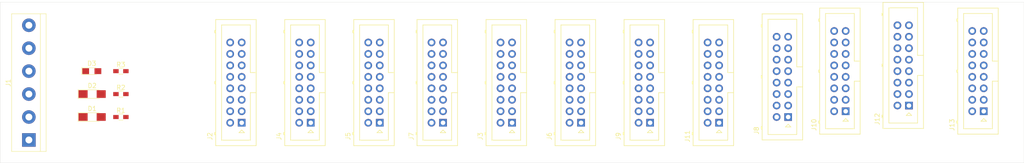
<source format=kicad_pcb>
(kicad_pcb (version 20171130) (host pcbnew "(5.1.4-0-10_14)")

  (general
    (thickness 1.6)
    (drawings 4)
    (tracks 0)
    (zones 0)
    (modules 19)
    (nets 10)
  )

  (page A4)
  (layers
    (0 F.Cu signal)
    (31 B.Cu signal)
    (32 B.Adhes user)
    (33 F.Adhes user)
    (34 B.Paste user)
    (35 F.Paste user)
    (36 B.SilkS user)
    (37 F.SilkS user)
    (38 B.Mask user)
    (39 F.Mask user)
    (40 Dwgs.User user)
    (41 Cmts.User user)
    (42 Eco1.User user)
    (43 Eco2.User user)
    (44 Edge.Cuts user)
    (45 Margin user)
    (46 B.CrtYd user)
    (47 F.CrtYd user)
    (48 B.Fab user)
    (49 F.Fab user)
  )

  (setup
    (last_trace_width 0.25)
    (trace_clearance 0.2)
    (zone_clearance 0.508)
    (zone_45_only no)
    (trace_min 0.2)
    (via_size 0.8)
    (via_drill 0.4)
    (via_min_size 0.4)
    (via_min_drill 0.3)
    (uvia_size 0.3)
    (uvia_drill 0.1)
    (uvias_allowed no)
    (uvia_min_size 0.2)
    (uvia_min_drill 0.1)
    (edge_width 0.05)
    (segment_width 0.2)
    (pcb_text_width 0.3)
    (pcb_text_size 1.5 1.5)
    (mod_edge_width 0.12)
    (mod_text_size 1 1)
    (mod_text_width 0.15)
    (pad_size 1.524 1.524)
    (pad_drill 0.762)
    (pad_to_mask_clearance 0.051)
    (solder_mask_min_width 0.25)
    (aux_axis_origin 0 0)
    (visible_elements FFFFFF7F)
    (pcbplotparams
      (layerselection 0x010fc_ffffffff)
      (usegerberextensions false)
      (usegerberattributes false)
      (usegerberadvancedattributes false)
      (creategerberjobfile false)
      (excludeedgelayer true)
      (linewidth 0.100000)
      (plotframeref false)
      (viasonmask false)
      (mode 1)
      (useauxorigin false)
      (hpglpennumber 1)
      (hpglpenspeed 20)
      (hpglpendiameter 15.000000)
      (psnegative false)
      (psa4output false)
      (plotreference true)
      (plotvalue true)
      (plotinvisibletext false)
      (padsonsilk false)
      (subtractmaskfromsilk false)
      (outputformat 1)
      (mirror false)
      (drillshape 1)
      (scaleselection 1)
      (outputdirectory ""))
  )

  (net 0 "")
  (net 1 +5V)
  (net 2 "Net-(D1-Pad2)")
  (net 3 +12V)
  (net 4 "Net-(D2-Pad2)")
  (net 5 "Net-(D3-Pad1)")
  (net 6 -12V)
  (net 7 GND)
  (net 8 CV)
  (net 9 GATE)

  (net_class Default "This is the default net class."
    (clearance 0.2)
    (trace_width 0.25)
    (via_dia 0.8)
    (via_drill 0.4)
    (uvia_dia 0.3)
    (uvia_drill 0.1)
    (add_net +12V)
    (add_net +5V)
    (add_net -12V)
    (add_net CV)
    (add_net GATE)
    (add_net GND)
    (add_net "Net-(D1-Pad2)")
    (add_net "Net-(D2-Pad2)")
    (add_net "Net-(D3-Pad1)")
  )

  (module Resistors_SMD:R_0603_HandSoldering (layer F.Cu) (tedit 58E0A804) (tstamp 5D55BE4F)
    (at 67.31 96.52)
    (descr "Resistor SMD 0603, hand soldering")
    (tags "resistor 0603")
    (path /5D586DA5)
    (attr smd)
    (fp_text reference R3 (at 0 -1.45) (layer F.SilkS)
      (effects (font (size 1 1) (thickness 0.15)))
    )
    (fp_text value R (at 0 1.55) (layer F.Fab)
      (effects (font (size 1 1) (thickness 0.15)))
    )
    (fp_text user %R (at 0 0) (layer F.Fab)
      (effects (font (size 0.4 0.4) (thickness 0.075)))
    )
    (fp_line (start -0.8 0.4) (end -0.8 -0.4) (layer F.Fab) (width 0.1))
    (fp_line (start 0.8 0.4) (end -0.8 0.4) (layer F.Fab) (width 0.1))
    (fp_line (start 0.8 -0.4) (end 0.8 0.4) (layer F.Fab) (width 0.1))
    (fp_line (start -0.8 -0.4) (end 0.8 -0.4) (layer F.Fab) (width 0.1))
    (fp_line (start 0.5 0.68) (end -0.5 0.68) (layer F.SilkS) (width 0.12))
    (fp_line (start -0.5 -0.68) (end 0.5 -0.68) (layer F.SilkS) (width 0.12))
    (fp_line (start -1.96 -0.7) (end 1.95 -0.7) (layer F.CrtYd) (width 0.05))
    (fp_line (start -1.96 -0.7) (end -1.96 0.7) (layer F.CrtYd) (width 0.05))
    (fp_line (start 1.95 0.7) (end 1.95 -0.7) (layer F.CrtYd) (width 0.05))
    (fp_line (start 1.95 0.7) (end -1.96 0.7) (layer F.CrtYd) (width 0.05))
    (pad 1 smd rect (at -1.1 0) (size 1.2 0.9) (layers F.Cu F.Paste F.Mask)
      (net 5 "Net-(D3-Pad1)"))
    (pad 2 smd rect (at 1.1 0) (size 1.2 0.9) (layers F.Cu F.Paste F.Mask)
      (net 7 GND))
    (model ${KISYS3DMOD}/Resistors_SMD.3dshapes/R_0603.wrl
      (at (xyz 0 0 0))
      (scale (xyz 1 1 1))
      (rotate (xyz 0 0 0))
    )
  )

  (module Resistors_SMD:R_0603_HandSoldering (layer F.Cu) (tedit 58E0A804) (tstamp 5D55BE4C)
    (at 67.31 101.6)
    (descr "Resistor SMD 0603, hand soldering")
    (tags "resistor 0603")
    (path /5D58691C)
    (attr smd)
    (fp_text reference R2 (at 0 -1.45) (layer F.SilkS)
      (effects (font (size 1 1) (thickness 0.15)))
    )
    (fp_text value R (at 0 1.55) (layer F.Fab)
      (effects (font (size 1 1) (thickness 0.15)))
    )
    (fp_text user %R (at 0 0) (layer F.Fab)
      (effects (font (size 0.4 0.4) (thickness 0.075)))
    )
    (fp_line (start -0.8 0.4) (end -0.8 -0.4) (layer F.Fab) (width 0.1))
    (fp_line (start 0.8 0.4) (end -0.8 0.4) (layer F.Fab) (width 0.1))
    (fp_line (start 0.8 -0.4) (end 0.8 0.4) (layer F.Fab) (width 0.1))
    (fp_line (start -0.8 -0.4) (end 0.8 -0.4) (layer F.Fab) (width 0.1))
    (fp_line (start 0.5 0.68) (end -0.5 0.68) (layer F.SilkS) (width 0.12))
    (fp_line (start -0.5 -0.68) (end 0.5 -0.68) (layer F.SilkS) (width 0.12))
    (fp_line (start -1.96 -0.7) (end 1.95 -0.7) (layer F.CrtYd) (width 0.05))
    (fp_line (start -1.96 -0.7) (end -1.96 0.7) (layer F.CrtYd) (width 0.05))
    (fp_line (start 1.95 0.7) (end 1.95 -0.7) (layer F.CrtYd) (width 0.05))
    (fp_line (start 1.95 0.7) (end -1.96 0.7) (layer F.CrtYd) (width 0.05))
    (pad 1 smd rect (at -1.1 0) (size 1.2 0.9) (layers F.Cu F.Paste F.Mask)
      (net 4 "Net-(D2-Pad2)"))
    (pad 2 smd rect (at 1.1 0) (size 1.2 0.9) (layers F.Cu F.Paste F.Mask)
      (net 7 GND))
    (model ${KISYS3DMOD}/Resistors_SMD.3dshapes/R_0603.wrl
      (at (xyz 0 0 0))
      (scale (xyz 1 1 1))
      (rotate (xyz 0 0 0))
    )
  )

  (module Resistors_SMD:R_0603_HandSoldering (layer F.Cu) (tedit 58E0A804) (tstamp 5D55CD95)
    (at 67.31 106.68)
    (descr "Resistor SMD 0603, hand soldering")
    (tags "resistor 0603")
    (path /5D586404)
    (attr smd)
    (fp_text reference R1 (at 0 -1.45) (layer F.SilkS)
      (effects (font (size 1 1) (thickness 0.15)))
    )
    (fp_text value R (at 0 1.55) (layer F.Fab)
      (effects (font (size 1 1) (thickness 0.15)))
    )
    (fp_text user %R (at 0 0) (layer F.Fab)
      (effects (font (size 0.4 0.4) (thickness 0.075)))
    )
    (fp_line (start -0.8 0.4) (end -0.8 -0.4) (layer F.Fab) (width 0.1))
    (fp_line (start 0.8 0.4) (end -0.8 0.4) (layer F.Fab) (width 0.1))
    (fp_line (start 0.8 -0.4) (end 0.8 0.4) (layer F.Fab) (width 0.1))
    (fp_line (start -0.8 -0.4) (end 0.8 -0.4) (layer F.Fab) (width 0.1))
    (fp_line (start 0.5 0.68) (end -0.5 0.68) (layer F.SilkS) (width 0.12))
    (fp_line (start -0.5 -0.68) (end 0.5 -0.68) (layer F.SilkS) (width 0.12))
    (fp_line (start -1.96 -0.7) (end 1.95 -0.7) (layer F.CrtYd) (width 0.05))
    (fp_line (start -1.96 -0.7) (end -1.96 0.7) (layer F.CrtYd) (width 0.05))
    (fp_line (start 1.95 0.7) (end 1.95 -0.7) (layer F.CrtYd) (width 0.05))
    (fp_line (start 1.95 0.7) (end -1.96 0.7) (layer F.CrtYd) (width 0.05))
    (pad 1 smd rect (at -1.1 0) (size 1.2 0.9) (layers F.Cu F.Paste F.Mask)
      (net 2 "Net-(D1-Pad2)"))
    (pad 2 smd rect (at 1.1 0) (size 1.2 0.9) (layers F.Cu F.Paste F.Mask)
      (net 7 GND))
    (model ${KISYS3DMOD}/Resistors_SMD.3dshapes/R_0603.wrl
      (at (xyz 0 0 0))
      (scale (xyz 1 1 1))
      (rotate (xyz 0 0 0))
    )
  )

  (module Connectors_Multicomp:Multicomp_MC9A12-1634_2x08x2.54mm_Straight (layer F.Cu) (tedit 56C61E6B) (tstamp 5D55BE46)
    (at 257.81 105.41 90)
    (descr http://www.farnell.com/datasheets/1520732.pdf)
    (tags "connector multicomp MC9A MC9A12")
    (path /5D612232)
    (fp_text reference J13 (at -3 -7 90) (layer F.SilkS)
      (effects (font (size 1 1) (thickness 0.15)))
    )
    (fp_text value Conn_02x08_Row_Letter_Last (at 8.89 5 90) (layer F.Fab)
      (effects (font (size 1 1) (thickness 0.15)))
    )
    (fp_line (start -5.07 3.2) (end -5.07 -5.74) (layer F.SilkS) (width 0.15))
    (fp_line (start -5.07 -5.74) (end 22.85 -5.74) (layer F.SilkS) (width 0.15))
    (fp_line (start 22.85 -5.74) (end 22.85 3.2) (layer F.SilkS) (width 0.15))
    (fp_line (start 22.85 3.2) (end -5.07 3.2) (layer F.SilkS) (width 0.15))
    (fp_line (start 6.665 3.2) (end 6.665 1.9) (layer F.SilkS) (width 0.15))
    (fp_line (start 6.665 1.9) (end -3.87 1.9) (layer F.SilkS) (width 0.15))
    (fp_line (start -3.87 1.9) (end -3.87 -4.44) (layer F.SilkS) (width 0.15))
    (fp_line (start -3.87 -4.44) (end 21.65 -4.44) (layer F.SilkS) (width 0.15))
    (fp_line (start 21.65 -4.44) (end 21.65 1.9) (layer F.SilkS) (width 0.15))
    (fp_line (start 21.65 1.9) (end 11.115 1.9) (layer F.SilkS) (width 0.15))
    (fp_line (start 11.115 1.9) (end 11.115 3.2) (layer F.SilkS) (width 0.15))
    (fp_line (start 8.64 -5.74) (end 8.64 -5.94) (layer F.SilkS) (width 0.15))
    (fp_line (start 8.64 -5.94) (end 9.14 -5.94) (layer F.SilkS) (width 0.15))
    (fp_line (start 9.14 -5.94) (end 9.14 -5.74) (layer F.SilkS) (width 0.15))
    (fp_line (start 8.64 -5.84) (end 9.14 -5.84) (layer F.SilkS) (width 0.15))
    (fp_line (start 19.93 -5.74) (end 19.93 -5.94) (layer F.SilkS) (width 0.15))
    (fp_line (start 19.93 -5.94) (end 20.43 -5.94) (layer F.SilkS) (width 0.15))
    (fp_line (start 20.43 -5.94) (end 20.43 -5.74) (layer F.SilkS) (width 0.15))
    (fp_line (start 19.93 -5.84) (end 20.43 -5.84) (layer F.SilkS) (width 0.15))
    (fp_line (start -2.65 -5.74) (end -2.65 -5.94) (layer F.SilkS) (width 0.15))
    (fp_line (start -2.65 -5.94) (end -2.15 -5.94) (layer F.SilkS) (width 0.15))
    (fp_line (start -2.15 -5.94) (end -2.15 -5.74) (layer F.SilkS) (width 0.15))
    (fp_line (start -2.65 -5.84) (end -2.15 -5.84) (layer F.SilkS) (width 0.15))
    (fp_line (start -2.2 0.6) (end -2.2 -0.6) (layer F.SilkS) (width 0.15))
    (fp_line (start -2.2 -0.6) (end -1.6 0) (layer F.SilkS) (width 0.15))
    (fp_line (start -1.6 0) (end -2.2 0.6) (layer F.SilkS) (width 0.15))
    (fp_line (start -5.55 3.7) (end -5.55 -6.25) (layer F.CrtYd) (width 0.05))
    (fp_line (start -5.55 -6.25) (end 23.35 -6.25) (layer F.CrtYd) (width 0.05))
    (fp_line (start 23.35 -6.25) (end 23.35 3.7) (layer F.CrtYd) (width 0.05))
    (fp_line (start 23.35 3.7) (end -5.55 3.7) (layer F.CrtYd) (width 0.05))
    (pad 1 thru_hole rect (at 0 0 90) (size 1.7 1.7) (drill 1) (layers *.Cu *.Mask))
    (pad 2 thru_hole circle (at 0 -2.54 90) (size 1.7 1.7) (drill 1) (layers *.Cu *.Mask))
    (pad 3 thru_hole circle (at 2.54 0 90) (size 1.7 1.7) (drill 1) (layers *.Cu *.Mask))
    (pad 4 thru_hole circle (at 2.54 -2.54 90) (size 1.7 1.7) (drill 1) (layers *.Cu *.Mask))
    (pad 5 thru_hole circle (at 5.08 0 90) (size 1.7 1.7) (drill 1) (layers *.Cu *.Mask))
    (pad 6 thru_hole circle (at 5.08 -2.54 90) (size 1.7 1.7) (drill 1) (layers *.Cu *.Mask))
    (pad 7 thru_hole circle (at 7.62 0 90) (size 1.7 1.7) (drill 1) (layers *.Cu *.Mask))
    (pad 8 thru_hole circle (at 7.62 -2.54 90) (size 1.7 1.7) (drill 1) (layers *.Cu *.Mask))
    (pad 9 thru_hole circle (at 10.16 0 90) (size 1.7 1.7) (drill 1) (layers *.Cu *.Mask))
    (pad 10 thru_hole circle (at 10.16 -2.54 90) (size 1.7 1.7) (drill 1) (layers *.Cu *.Mask))
    (pad 11 thru_hole circle (at 12.7 0 90) (size 1.7 1.7) (drill 1) (layers *.Cu *.Mask))
    (pad 12 thru_hole circle (at 12.7 -2.54 90) (size 1.7 1.7) (drill 1) (layers *.Cu *.Mask))
    (pad 13 thru_hole circle (at 15.24 0 90) (size 1.7 1.7) (drill 1) (layers *.Cu *.Mask))
    (pad 14 thru_hole circle (at 15.24 -2.54 90) (size 1.7 1.7) (drill 1) (layers *.Cu *.Mask))
    (pad 15 thru_hole circle (at 17.78 0 90) (size 1.7 1.7) (drill 1) (layers *.Cu *.Mask))
    (pad 16 thru_hole circle (at 17.78 -2.54 90) (size 1.7 1.7) (drill 1) (layers *.Cu *.Mask))
  )

  (module Connectors_Multicomp:Multicomp_MC9A12-1634_2x08x2.54mm_Straight (layer F.Cu) (tedit 56C61E6B) (tstamp 5D55BE43)
    (at 241.3 104.14 90)
    (descr http://www.farnell.com/datasheets/1520732.pdf)
    (tags "connector multicomp MC9A MC9A12")
    (path /5D5DB853)
    (fp_text reference J12 (at -3 -7 90) (layer F.SilkS)
      (effects (font (size 1 1) (thickness 0.15)))
    )
    (fp_text value Conn_02x08_Row_Letter_Last (at 8.89 5 90) (layer F.Fab)
      (effects (font (size 1 1) (thickness 0.15)))
    )
    (fp_line (start -5.07 3.2) (end -5.07 -5.74) (layer F.SilkS) (width 0.15))
    (fp_line (start -5.07 -5.74) (end 22.85 -5.74) (layer F.SilkS) (width 0.15))
    (fp_line (start 22.85 -5.74) (end 22.85 3.2) (layer F.SilkS) (width 0.15))
    (fp_line (start 22.85 3.2) (end -5.07 3.2) (layer F.SilkS) (width 0.15))
    (fp_line (start 6.665 3.2) (end 6.665 1.9) (layer F.SilkS) (width 0.15))
    (fp_line (start 6.665 1.9) (end -3.87 1.9) (layer F.SilkS) (width 0.15))
    (fp_line (start -3.87 1.9) (end -3.87 -4.44) (layer F.SilkS) (width 0.15))
    (fp_line (start -3.87 -4.44) (end 21.65 -4.44) (layer F.SilkS) (width 0.15))
    (fp_line (start 21.65 -4.44) (end 21.65 1.9) (layer F.SilkS) (width 0.15))
    (fp_line (start 21.65 1.9) (end 11.115 1.9) (layer F.SilkS) (width 0.15))
    (fp_line (start 11.115 1.9) (end 11.115 3.2) (layer F.SilkS) (width 0.15))
    (fp_line (start 8.64 -5.74) (end 8.64 -5.94) (layer F.SilkS) (width 0.15))
    (fp_line (start 8.64 -5.94) (end 9.14 -5.94) (layer F.SilkS) (width 0.15))
    (fp_line (start 9.14 -5.94) (end 9.14 -5.74) (layer F.SilkS) (width 0.15))
    (fp_line (start 8.64 -5.84) (end 9.14 -5.84) (layer F.SilkS) (width 0.15))
    (fp_line (start 19.93 -5.74) (end 19.93 -5.94) (layer F.SilkS) (width 0.15))
    (fp_line (start 19.93 -5.94) (end 20.43 -5.94) (layer F.SilkS) (width 0.15))
    (fp_line (start 20.43 -5.94) (end 20.43 -5.74) (layer F.SilkS) (width 0.15))
    (fp_line (start 19.93 -5.84) (end 20.43 -5.84) (layer F.SilkS) (width 0.15))
    (fp_line (start -2.65 -5.74) (end -2.65 -5.94) (layer F.SilkS) (width 0.15))
    (fp_line (start -2.65 -5.94) (end -2.15 -5.94) (layer F.SilkS) (width 0.15))
    (fp_line (start -2.15 -5.94) (end -2.15 -5.74) (layer F.SilkS) (width 0.15))
    (fp_line (start -2.65 -5.84) (end -2.15 -5.84) (layer F.SilkS) (width 0.15))
    (fp_line (start -2.2 0.6) (end -2.2 -0.6) (layer F.SilkS) (width 0.15))
    (fp_line (start -2.2 -0.6) (end -1.6 0) (layer F.SilkS) (width 0.15))
    (fp_line (start -1.6 0) (end -2.2 0.6) (layer F.SilkS) (width 0.15))
    (fp_line (start -5.55 3.7) (end -5.55 -6.25) (layer F.CrtYd) (width 0.05))
    (fp_line (start -5.55 -6.25) (end 23.35 -6.25) (layer F.CrtYd) (width 0.05))
    (fp_line (start 23.35 -6.25) (end 23.35 3.7) (layer F.CrtYd) (width 0.05))
    (fp_line (start 23.35 3.7) (end -5.55 3.7) (layer F.CrtYd) (width 0.05))
    (pad 1 thru_hole rect (at 0 0 90) (size 1.7 1.7) (drill 1) (layers *.Cu *.Mask))
    (pad 2 thru_hole circle (at 0 -2.54 90) (size 1.7 1.7) (drill 1) (layers *.Cu *.Mask))
    (pad 3 thru_hole circle (at 2.54 0 90) (size 1.7 1.7) (drill 1) (layers *.Cu *.Mask))
    (pad 4 thru_hole circle (at 2.54 -2.54 90) (size 1.7 1.7) (drill 1) (layers *.Cu *.Mask))
    (pad 5 thru_hole circle (at 5.08 0 90) (size 1.7 1.7) (drill 1) (layers *.Cu *.Mask))
    (pad 6 thru_hole circle (at 5.08 -2.54 90) (size 1.7 1.7) (drill 1) (layers *.Cu *.Mask))
    (pad 7 thru_hole circle (at 7.62 0 90) (size 1.7 1.7) (drill 1) (layers *.Cu *.Mask))
    (pad 8 thru_hole circle (at 7.62 -2.54 90) (size 1.7 1.7) (drill 1) (layers *.Cu *.Mask))
    (pad 9 thru_hole circle (at 10.16 0 90) (size 1.7 1.7) (drill 1) (layers *.Cu *.Mask))
    (pad 10 thru_hole circle (at 10.16 -2.54 90) (size 1.7 1.7) (drill 1) (layers *.Cu *.Mask))
    (pad 11 thru_hole circle (at 12.7 0 90) (size 1.7 1.7) (drill 1) (layers *.Cu *.Mask))
    (pad 12 thru_hole circle (at 12.7 -2.54 90) (size 1.7 1.7) (drill 1) (layers *.Cu *.Mask))
    (pad 13 thru_hole circle (at 15.24 0 90) (size 1.7 1.7) (drill 1) (layers *.Cu *.Mask))
    (pad 14 thru_hole circle (at 15.24 -2.54 90) (size 1.7 1.7) (drill 1) (layers *.Cu *.Mask))
    (pad 15 thru_hole circle (at 17.78 0 90) (size 1.7 1.7) (drill 1) (layers *.Cu *.Mask))
    (pad 16 thru_hole circle (at 17.78 -2.54 90) (size 1.7 1.7) (drill 1) (layers *.Cu *.Mask))
  )

  (module Connectors_Multicomp:Multicomp_MC9A12-1634_2x08x2.54mm_Straight (layer F.Cu) (tedit 56C61E6B) (tstamp 5D55BE40)
    (at 199.39 107.95 90)
    (descr http://www.farnell.com/datasheets/1520732.pdf)
    (tags "connector multicomp MC9A MC9A12")
    (path /5D5C9347)
    (fp_text reference J11 (at -3 -7 90) (layer F.SilkS)
      (effects (font (size 1 1) (thickness 0.15)))
    )
    (fp_text value Conn_02x08_Row_Letter_Last (at 8.89 5 90) (layer F.Fab)
      (effects (font (size 1 1) (thickness 0.15)))
    )
    (fp_line (start -5.07 3.2) (end -5.07 -5.74) (layer F.SilkS) (width 0.15))
    (fp_line (start -5.07 -5.74) (end 22.85 -5.74) (layer F.SilkS) (width 0.15))
    (fp_line (start 22.85 -5.74) (end 22.85 3.2) (layer F.SilkS) (width 0.15))
    (fp_line (start 22.85 3.2) (end -5.07 3.2) (layer F.SilkS) (width 0.15))
    (fp_line (start 6.665 3.2) (end 6.665 1.9) (layer F.SilkS) (width 0.15))
    (fp_line (start 6.665 1.9) (end -3.87 1.9) (layer F.SilkS) (width 0.15))
    (fp_line (start -3.87 1.9) (end -3.87 -4.44) (layer F.SilkS) (width 0.15))
    (fp_line (start -3.87 -4.44) (end 21.65 -4.44) (layer F.SilkS) (width 0.15))
    (fp_line (start 21.65 -4.44) (end 21.65 1.9) (layer F.SilkS) (width 0.15))
    (fp_line (start 21.65 1.9) (end 11.115 1.9) (layer F.SilkS) (width 0.15))
    (fp_line (start 11.115 1.9) (end 11.115 3.2) (layer F.SilkS) (width 0.15))
    (fp_line (start 8.64 -5.74) (end 8.64 -5.94) (layer F.SilkS) (width 0.15))
    (fp_line (start 8.64 -5.94) (end 9.14 -5.94) (layer F.SilkS) (width 0.15))
    (fp_line (start 9.14 -5.94) (end 9.14 -5.74) (layer F.SilkS) (width 0.15))
    (fp_line (start 8.64 -5.84) (end 9.14 -5.84) (layer F.SilkS) (width 0.15))
    (fp_line (start 19.93 -5.74) (end 19.93 -5.94) (layer F.SilkS) (width 0.15))
    (fp_line (start 19.93 -5.94) (end 20.43 -5.94) (layer F.SilkS) (width 0.15))
    (fp_line (start 20.43 -5.94) (end 20.43 -5.74) (layer F.SilkS) (width 0.15))
    (fp_line (start 19.93 -5.84) (end 20.43 -5.84) (layer F.SilkS) (width 0.15))
    (fp_line (start -2.65 -5.74) (end -2.65 -5.94) (layer F.SilkS) (width 0.15))
    (fp_line (start -2.65 -5.94) (end -2.15 -5.94) (layer F.SilkS) (width 0.15))
    (fp_line (start -2.15 -5.94) (end -2.15 -5.74) (layer F.SilkS) (width 0.15))
    (fp_line (start -2.65 -5.84) (end -2.15 -5.84) (layer F.SilkS) (width 0.15))
    (fp_line (start -2.2 0.6) (end -2.2 -0.6) (layer F.SilkS) (width 0.15))
    (fp_line (start -2.2 -0.6) (end -1.6 0) (layer F.SilkS) (width 0.15))
    (fp_line (start -1.6 0) (end -2.2 0.6) (layer F.SilkS) (width 0.15))
    (fp_line (start -5.55 3.7) (end -5.55 -6.25) (layer F.CrtYd) (width 0.05))
    (fp_line (start -5.55 -6.25) (end 23.35 -6.25) (layer F.CrtYd) (width 0.05))
    (fp_line (start 23.35 -6.25) (end 23.35 3.7) (layer F.CrtYd) (width 0.05))
    (fp_line (start 23.35 3.7) (end -5.55 3.7) (layer F.CrtYd) (width 0.05))
    (pad 1 thru_hole rect (at 0 0 90) (size 1.7 1.7) (drill 1) (layers *.Cu *.Mask))
    (pad 2 thru_hole circle (at 0 -2.54 90) (size 1.7 1.7) (drill 1) (layers *.Cu *.Mask))
    (pad 3 thru_hole circle (at 2.54 0 90) (size 1.7 1.7) (drill 1) (layers *.Cu *.Mask))
    (pad 4 thru_hole circle (at 2.54 -2.54 90) (size 1.7 1.7) (drill 1) (layers *.Cu *.Mask))
    (pad 5 thru_hole circle (at 5.08 0 90) (size 1.7 1.7) (drill 1) (layers *.Cu *.Mask))
    (pad 6 thru_hole circle (at 5.08 -2.54 90) (size 1.7 1.7) (drill 1) (layers *.Cu *.Mask))
    (pad 7 thru_hole circle (at 7.62 0 90) (size 1.7 1.7) (drill 1) (layers *.Cu *.Mask))
    (pad 8 thru_hole circle (at 7.62 -2.54 90) (size 1.7 1.7) (drill 1) (layers *.Cu *.Mask))
    (pad 9 thru_hole circle (at 10.16 0 90) (size 1.7 1.7) (drill 1) (layers *.Cu *.Mask))
    (pad 10 thru_hole circle (at 10.16 -2.54 90) (size 1.7 1.7) (drill 1) (layers *.Cu *.Mask))
    (pad 11 thru_hole circle (at 12.7 0 90) (size 1.7 1.7) (drill 1) (layers *.Cu *.Mask))
    (pad 12 thru_hole circle (at 12.7 -2.54 90) (size 1.7 1.7) (drill 1) (layers *.Cu *.Mask))
    (pad 13 thru_hole circle (at 15.24 0 90) (size 1.7 1.7) (drill 1) (layers *.Cu *.Mask))
    (pad 14 thru_hole circle (at 15.24 -2.54 90) (size 1.7 1.7) (drill 1) (layers *.Cu *.Mask))
    (pad 15 thru_hole circle (at 17.78 0 90) (size 1.7 1.7) (drill 1) (layers *.Cu *.Mask))
    (pad 16 thru_hole circle (at 17.78 -2.54 90) (size 1.7 1.7) (drill 1) (layers *.Cu *.Mask))
  )

  (module Connectors_Multicomp:Multicomp_MC9A12-1634_2x08x2.54mm_Straight (layer F.Cu) (tedit 56C61E6B) (tstamp 5D55BE3D)
    (at 227.33 105.41 90)
    (descr http://www.farnell.com/datasheets/1520732.pdf)
    (tags "connector multicomp MC9A MC9A12")
    (path /5D61219C)
    (fp_text reference J10 (at -3 -7 90) (layer F.SilkS)
      (effects (font (size 1 1) (thickness 0.15)))
    )
    (fp_text value Conn_02x08_Row_Letter_Last (at 8.89 5 90) (layer F.Fab)
      (effects (font (size 1 1) (thickness 0.15)))
    )
    (fp_line (start -5.07 3.2) (end -5.07 -5.74) (layer F.SilkS) (width 0.15))
    (fp_line (start -5.07 -5.74) (end 22.85 -5.74) (layer F.SilkS) (width 0.15))
    (fp_line (start 22.85 -5.74) (end 22.85 3.2) (layer F.SilkS) (width 0.15))
    (fp_line (start 22.85 3.2) (end -5.07 3.2) (layer F.SilkS) (width 0.15))
    (fp_line (start 6.665 3.2) (end 6.665 1.9) (layer F.SilkS) (width 0.15))
    (fp_line (start 6.665 1.9) (end -3.87 1.9) (layer F.SilkS) (width 0.15))
    (fp_line (start -3.87 1.9) (end -3.87 -4.44) (layer F.SilkS) (width 0.15))
    (fp_line (start -3.87 -4.44) (end 21.65 -4.44) (layer F.SilkS) (width 0.15))
    (fp_line (start 21.65 -4.44) (end 21.65 1.9) (layer F.SilkS) (width 0.15))
    (fp_line (start 21.65 1.9) (end 11.115 1.9) (layer F.SilkS) (width 0.15))
    (fp_line (start 11.115 1.9) (end 11.115 3.2) (layer F.SilkS) (width 0.15))
    (fp_line (start 8.64 -5.74) (end 8.64 -5.94) (layer F.SilkS) (width 0.15))
    (fp_line (start 8.64 -5.94) (end 9.14 -5.94) (layer F.SilkS) (width 0.15))
    (fp_line (start 9.14 -5.94) (end 9.14 -5.74) (layer F.SilkS) (width 0.15))
    (fp_line (start 8.64 -5.84) (end 9.14 -5.84) (layer F.SilkS) (width 0.15))
    (fp_line (start 19.93 -5.74) (end 19.93 -5.94) (layer F.SilkS) (width 0.15))
    (fp_line (start 19.93 -5.94) (end 20.43 -5.94) (layer F.SilkS) (width 0.15))
    (fp_line (start 20.43 -5.94) (end 20.43 -5.74) (layer F.SilkS) (width 0.15))
    (fp_line (start 19.93 -5.84) (end 20.43 -5.84) (layer F.SilkS) (width 0.15))
    (fp_line (start -2.65 -5.74) (end -2.65 -5.94) (layer F.SilkS) (width 0.15))
    (fp_line (start -2.65 -5.94) (end -2.15 -5.94) (layer F.SilkS) (width 0.15))
    (fp_line (start -2.15 -5.94) (end -2.15 -5.74) (layer F.SilkS) (width 0.15))
    (fp_line (start -2.65 -5.84) (end -2.15 -5.84) (layer F.SilkS) (width 0.15))
    (fp_line (start -2.2 0.6) (end -2.2 -0.6) (layer F.SilkS) (width 0.15))
    (fp_line (start -2.2 -0.6) (end -1.6 0) (layer F.SilkS) (width 0.15))
    (fp_line (start -1.6 0) (end -2.2 0.6) (layer F.SilkS) (width 0.15))
    (fp_line (start -5.55 3.7) (end -5.55 -6.25) (layer F.CrtYd) (width 0.05))
    (fp_line (start -5.55 -6.25) (end 23.35 -6.25) (layer F.CrtYd) (width 0.05))
    (fp_line (start 23.35 -6.25) (end 23.35 3.7) (layer F.CrtYd) (width 0.05))
    (fp_line (start 23.35 3.7) (end -5.55 3.7) (layer F.CrtYd) (width 0.05))
    (pad 1 thru_hole rect (at 0 0 90) (size 1.7 1.7) (drill 1) (layers *.Cu *.Mask))
    (pad 2 thru_hole circle (at 0 -2.54 90) (size 1.7 1.7) (drill 1) (layers *.Cu *.Mask))
    (pad 3 thru_hole circle (at 2.54 0 90) (size 1.7 1.7) (drill 1) (layers *.Cu *.Mask))
    (pad 4 thru_hole circle (at 2.54 -2.54 90) (size 1.7 1.7) (drill 1) (layers *.Cu *.Mask))
    (pad 5 thru_hole circle (at 5.08 0 90) (size 1.7 1.7) (drill 1) (layers *.Cu *.Mask))
    (pad 6 thru_hole circle (at 5.08 -2.54 90) (size 1.7 1.7) (drill 1) (layers *.Cu *.Mask))
    (pad 7 thru_hole circle (at 7.62 0 90) (size 1.7 1.7) (drill 1) (layers *.Cu *.Mask))
    (pad 8 thru_hole circle (at 7.62 -2.54 90) (size 1.7 1.7) (drill 1) (layers *.Cu *.Mask))
    (pad 9 thru_hole circle (at 10.16 0 90) (size 1.7 1.7) (drill 1) (layers *.Cu *.Mask))
    (pad 10 thru_hole circle (at 10.16 -2.54 90) (size 1.7 1.7) (drill 1) (layers *.Cu *.Mask))
    (pad 11 thru_hole circle (at 12.7 0 90) (size 1.7 1.7) (drill 1) (layers *.Cu *.Mask))
    (pad 12 thru_hole circle (at 12.7 -2.54 90) (size 1.7 1.7) (drill 1) (layers *.Cu *.Mask))
    (pad 13 thru_hole circle (at 15.24 0 90) (size 1.7 1.7) (drill 1) (layers *.Cu *.Mask))
    (pad 14 thru_hole circle (at 15.24 -2.54 90) (size 1.7 1.7) (drill 1) (layers *.Cu *.Mask))
    (pad 15 thru_hole circle (at 17.78 0 90) (size 1.7 1.7) (drill 1) (layers *.Cu *.Mask))
    (pad 16 thru_hole circle (at 17.78 -2.54 90) (size 1.7 1.7) (drill 1) (layers *.Cu *.Mask))
  )

  (module Connectors_Multicomp:Multicomp_MC9A12-1634_2x08x2.54mm_Straight (layer F.Cu) (tedit 56C61E6B) (tstamp 5D55BE3A)
    (at 184.15 107.95 90)
    (descr http://www.farnell.com/datasheets/1520732.pdf)
    (tags "connector multicomp MC9A MC9A12")
    (path /5D5DB7BD)
    (fp_text reference J9 (at -3 -7 90) (layer F.SilkS)
      (effects (font (size 1 1) (thickness 0.15)))
    )
    (fp_text value Conn_02x08_Row_Letter_Last (at 8.89 5 90) (layer F.Fab)
      (effects (font (size 1 1) (thickness 0.15)))
    )
    (fp_line (start -5.07 3.2) (end -5.07 -5.74) (layer F.SilkS) (width 0.15))
    (fp_line (start -5.07 -5.74) (end 22.85 -5.74) (layer F.SilkS) (width 0.15))
    (fp_line (start 22.85 -5.74) (end 22.85 3.2) (layer F.SilkS) (width 0.15))
    (fp_line (start 22.85 3.2) (end -5.07 3.2) (layer F.SilkS) (width 0.15))
    (fp_line (start 6.665 3.2) (end 6.665 1.9) (layer F.SilkS) (width 0.15))
    (fp_line (start 6.665 1.9) (end -3.87 1.9) (layer F.SilkS) (width 0.15))
    (fp_line (start -3.87 1.9) (end -3.87 -4.44) (layer F.SilkS) (width 0.15))
    (fp_line (start -3.87 -4.44) (end 21.65 -4.44) (layer F.SilkS) (width 0.15))
    (fp_line (start 21.65 -4.44) (end 21.65 1.9) (layer F.SilkS) (width 0.15))
    (fp_line (start 21.65 1.9) (end 11.115 1.9) (layer F.SilkS) (width 0.15))
    (fp_line (start 11.115 1.9) (end 11.115 3.2) (layer F.SilkS) (width 0.15))
    (fp_line (start 8.64 -5.74) (end 8.64 -5.94) (layer F.SilkS) (width 0.15))
    (fp_line (start 8.64 -5.94) (end 9.14 -5.94) (layer F.SilkS) (width 0.15))
    (fp_line (start 9.14 -5.94) (end 9.14 -5.74) (layer F.SilkS) (width 0.15))
    (fp_line (start 8.64 -5.84) (end 9.14 -5.84) (layer F.SilkS) (width 0.15))
    (fp_line (start 19.93 -5.74) (end 19.93 -5.94) (layer F.SilkS) (width 0.15))
    (fp_line (start 19.93 -5.94) (end 20.43 -5.94) (layer F.SilkS) (width 0.15))
    (fp_line (start 20.43 -5.94) (end 20.43 -5.74) (layer F.SilkS) (width 0.15))
    (fp_line (start 19.93 -5.84) (end 20.43 -5.84) (layer F.SilkS) (width 0.15))
    (fp_line (start -2.65 -5.74) (end -2.65 -5.94) (layer F.SilkS) (width 0.15))
    (fp_line (start -2.65 -5.94) (end -2.15 -5.94) (layer F.SilkS) (width 0.15))
    (fp_line (start -2.15 -5.94) (end -2.15 -5.74) (layer F.SilkS) (width 0.15))
    (fp_line (start -2.65 -5.84) (end -2.15 -5.84) (layer F.SilkS) (width 0.15))
    (fp_line (start -2.2 0.6) (end -2.2 -0.6) (layer F.SilkS) (width 0.15))
    (fp_line (start -2.2 -0.6) (end -1.6 0) (layer F.SilkS) (width 0.15))
    (fp_line (start -1.6 0) (end -2.2 0.6) (layer F.SilkS) (width 0.15))
    (fp_line (start -5.55 3.7) (end -5.55 -6.25) (layer F.CrtYd) (width 0.05))
    (fp_line (start -5.55 -6.25) (end 23.35 -6.25) (layer F.CrtYd) (width 0.05))
    (fp_line (start 23.35 -6.25) (end 23.35 3.7) (layer F.CrtYd) (width 0.05))
    (fp_line (start 23.35 3.7) (end -5.55 3.7) (layer F.CrtYd) (width 0.05))
    (pad 1 thru_hole rect (at 0 0 90) (size 1.7 1.7) (drill 1) (layers *.Cu *.Mask))
    (pad 2 thru_hole circle (at 0 -2.54 90) (size 1.7 1.7) (drill 1) (layers *.Cu *.Mask))
    (pad 3 thru_hole circle (at 2.54 0 90) (size 1.7 1.7) (drill 1) (layers *.Cu *.Mask))
    (pad 4 thru_hole circle (at 2.54 -2.54 90) (size 1.7 1.7) (drill 1) (layers *.Cu *.Mask))
    (pad 5 thru_hole circle (at 5.08 0 90) (size 1.7 1.7) (drill 1) (layers *.Cu *.Mask))
    (pad 6 thru_hole circle (at 5.08 -2.54 90) (size 1.7 1.7) (drill 1) (layers *.Cu *.Mask))
    (pad 7 thru_hole circle (at 7.62 0 90) (size 1.7 1.7) (drill 1) (layers *.Cu *.Mask))
    (pad 8 thru_hole circle (at 7.62 -2.54 90) (size 1.7 1.7) (drill 1) (layers *.Cu *.Mask))
    (pad 9 thru_hole circle (at 10.16 0 90) (size 1.7 1.7) (drill 1) (layers *.Cu *.Mask))
    (pad 10 thru_hole circle (at 10.16 -2.54 90) (size 1.7 1.7) (drill 1) (layers *.Cu *.Mask))
    (pad 11 thru_hole circle (at 12.7 0 90) (size 1.7 1.7) (drill 1) (layers *.Cu *.Mask))
    (pad 12 thru_hole circle (at 12.7 -2.54 90) (size 1.7 1.7) (drill 1) (layers *.Cu *.Mask))
    (pad 13 thru_hole circle (at 15.24 0 90) (size 1.7 1.7) (drill 1) (layers *.Cu *.Mask))
    (pad 14 thru_hole circle (at 15.24 -2.54 90) (size 1.7 1.7) (drill 1) (layers *.Cu *.Mask))
    (pad 15 thru_hole circle (at 17.78 0 90) (size 1.7 1.7) (drill 1) (layers *.Cu *.Mask))
    (pad 16 thru_hole circle (at 17.78 -2.54 90) (size 1.7 1.7) (drill 1) (layers *.Cu *.Mask))
  )

  (module Connectors_Multicomp:Multicomp_MC9A12-1634_2x08x2.54mm_Straight (layer F.Cu) (tedit 56C61E6B) (tstamp 5D55BE37)
    (at 214.63 106.68 90)
    (descr http://www.farnell.com/datasheets/1520732.pdf)
    (tags "connector multicomp MC9A MC9A12")
    (path /5D5BE3EA)
    (fp_text reference J8 (at -3 -7 90) (layer F.SilkS)
      (effects (font (size 1 1) (thickness 0.15)))
    )
    (fp_text value Conn_02x08_Row_Letter_Last (at 8.89 5 90) (layer F.Fab)
      (effects (font (size 1 1) (thickness 0.15)))
    )
    (fp_line (start -5.07 3.2) (end -5.07 -5.74) (layer F.SilkS) (width 0.15))
    (fp_line (start -5.07 -5.74) (end 22.85 -5.74) (layer F.SilkS) (width 0.15))
    (fp_line (start 22.85 -5.74) (end 22.85 3.2) (layer F.SilkS) (width 0.15))
    (fp_line (start 22.85 3.2) (end -5.07 3.2) (layer F.SilkS) (width 0.15))
    (fp_line (start 6.665 3.2) (end 6.665 1.9) (layer F.SilkS) (width 0.15))
    (fp_line (start 6.665 1.9) (end -3.87 1.9) (layer F.SilkS) (width 0.15))
    (fp_line (start -3.87 1.9) (end -3.87 -4.44) (layer F.SilkS) (width 0.15))
    (fp_line (start -3.87 -4.44) (end 21.65 -4.44) (layer F.SilkS) (width 0.15))
    (fp_line (start 21.65 -4.44) (end 21.65 1.9) (layer F.SilkS) (width 0.15))
    (fp_line (start 21.65 1.9) (end 11.115 1.9) (layer F.SilkS) (width 0.15))
    (fp_line (start 11.115 1.9) (end 11.115 3.2) (layer F.SilkS) (width 0.15))
    (fp_line (start 8.64 -5.74) (end 8.64 -5.94) (layer F.SilkS) (width 0.15))
    (fp_line (start 8.64 -5.94) (end 9.14 -5.94) (layer F.SilkS) (width 0.15))
    (fp_line (start 9.14 -5.94) (end 9.14 -5.74) (layer F.SilkS) (width 0.15))
    (fp_line (start 8.64 -5.84) (end 9.14 -5.84) (layer F.SilkS) (width 0.15))
    (fp_line (start 19.93 -5.74) (end 19.93 -5.94) (layer F.SilkS) (width 0.15))
    (fp_line (start 19.93 -5.94) (end 20.43 -5.94) (layer F.SilkS) (width 0.15))
    (fp_line (start 20.43 -5.94) (end 20.43 -5.74) (layer F.SilkS) (width 0.15))
    (fp_line (start 19.93 -5.84) (end 20.43 -5.84) (layer F.SilkS) (width 0.15))
    (fp_line (start -2.65 -5.74) (end -2.65 -5.94) (layer F.SilkS) (width 0.15))
    (fp_line (start -2.65 -5.94) (end -2.15 -5.94) (layer F.SilkS) (width 0.15))
    (fp_line (start -2.15 -5.94) (end -2.15 -5.74) (layer F.SilkS) (width 0.15))
    (fp_line (start -2.65 -5.84) (end -2.15 -5.84) (layer F.SilkS) (width 0.15))
    (fp_line (start -2.2 0.6) (end -2.2 -0.6) (layer F.SilkS) (width 0.15))
    (fp_line (start -2.2 -0.6) (end -1.6 0) (layer F.SilkS) (width 0.15))
    (fp_line (start -1.6 0) (end -2.2 0.6) (layer F.SilkS) (width 0.15))
    (fp_line (start -5.55 3.7) (end -5.55 -6.25) (layer F.CrtYd) (width 0.05))
    (fp_line (start -5.55 -6.25) (end 23.35 -6.25) (layer F.CrtYd) (width 0.05))
    (fp_line (start 23.35 -6.25) (end 23.35 3.7) (layer F.CrtYd) (width 0.05))
    (fp_line (start 23.35 3.7) (end -5.55 3.7) (layer F.CrtYd) (width 0.05))
    (pad 1 thru_hole rect (at 0 0 90) (size 1.7 1.7) (drill 1) (layers *.Cu *.Mask))
    (pad 2 thru_hole circle (at 0 -2.54 90) (size 1.7 1.7) (drill 1) (layers *.Cu *.Mask))
    (pad 3 thru_hole circle (at 2.54 0 90) (size 1.7 1.7) (drill 1) (layers *.Cu *.Mask))
    (pad 4 thru_hole circle (at 2.54 -2.54 90) (size 1.7 1.7) (drill 1) (layers *.Cu *.Mask))
    (pad 5 thru_hole circle (at 5.08 0 90) (size 1.7 1.7) (drill 1) (layers *.Cu *.Mask))
    (pad 6 thru_hole circle (at 5.08 -2.54 90) (size 1.7 1.7) (drill 1) (layers *.Cu *.Mask))
    (pad 7 thru_hole circle (at 7.62 0 90) (size 1.7 1.7) (drill 1) (layers *.Cu *.Mask))
    (pad 8 thru_hole circle (at 7.62 -2.54 90) (size 1.7 1.7) (drill 1) (layers *.Cu *.Mask))
    (pad 9 thru_hole circle (at 10.16 0 90) (size 1.7 1.7) (drill 1) (layers *.Cu *.Mask))
    (pad 10 thru_hole circle (at 10.16 -2.54 90) (size 1.7 1.7) (drill 1) (layers *.Cu *.Mask))
    (pad 11 thru_hole circle (at 12.7 0 90) (size 1.7 1.7) (drill 1) (layers *.Cu *.Mask))
    (pad 12 thru_hole circle (at 12.7 -2.54 90) (size 1.7 1.7) (drill 1) (layers *.Cu *.Mask))
    (pad 13 thru_hole circle (at 15.24 0 90) (size 1.7 1.7) (drill 1) (layers *.Cu *.Mask))
    (pad 14 thru_hole circle (at 15.24 -2.54 90) (size 1.7 1.7) (drill 1) (layers *.Cu *.Mask))
    (pad 15 thru_hole circle (at 17.78 0 90) (size 1.7 1.7) (drill 1) (layers *.Cu *.Mask))
    (pad 16 thru_hole circle (at 17.78 -2.54 90) (size 1.7 1.7) (drill 1) (layers *.Cu *.Mask))
  )

  (module Connectors_Multicomp:Multicomp_MC9A12-1634_2x08x2.54mm_Straight (layer F.Cu) (tedit 56C61E6B) (tstamp 5D55BE34)
    (at 138.43 107.95 90)
    (descr http://www.farnell.com/datasheets/1520732.pdf)
    (tags "connector multicomp MC9A MC9A12")
    (path /5D612106)
    (fp_text reference J7 (at -3 -7 90) (layer F.SilkS)
      (effects (font (size 1 1) (thickness 0.15)))
    )
    (fp_text value Conn_02x08_Row_Letter_Last (at 8.89 5 90) (layer F.Fab)
      (effects (font (size 1 1) (thickness 0.15)))
    )
    (fp_line (start -5.07 3.2) (end -5.07 -5.74) (layer F.SilkS) (width 0.15))
    (fp_line (start -5.07 -5.74) (end 22.85 -5.74) (layer F.SilkS) (width 0.15))
    (fp_line (start 22.85 -5.74) (end 22.85 3.2) (layer F.SilkS) (width 0.15))
    (fp_line (start 22.85 3.2) (end -5.07 3.2) (layer F.SilkS) (width 0.15))
    (fp_line (start 6.665 3.2) (end 6.665 1.9) (layer F.SilkS) (width 0.15))
    (fp_line (start 6.665 1.9) (end -3.87 1.9) (layer F.SilkS) (width 0.15))
    (fp_line (start -3.87 1.9) (end -3.87 -4.44) (layer F.SilkS) (width 0.15))
    (fp_line (start -3.87 -4.44) (end 21.65 -4.44) (layer F.SilkS) (width 0.15))
    (fp_line (start 21.65 -4.44) (end 21.65 1.9) (layer F.SilkS) (width 0.15))
    (fp_line (start 21.65 1.9) (end 11.115 1.9) (layer F.SilkS) (width 0.15))
    (fp_line (start 11.115 1.9) (end 11.115 3.2) (layer F.SilkS) (width 0.15))
    (fp_line (start 8.64 -5.74) (end 8.64 -5.94) (layer F.SilkS) (width 0.15))
    (fp_line (start 8.64 -5.94) (end 9.14 -5.94) (layer F.SilkS) (width 0.15))
    (fp_line (start 9.14 -5.94) (end 9.14 -5.74) (layer F.SilkS) (width 0.15))
    (fp_line (start 8.64 -5.84) (end 9.14 -5.84) (layer F.SilkS) (width 0.15))
    (fp_line (start 19.93 -5.74) (end 19.93 -5.94) (layer F.SilkS) (width 0.15))
    (fp_line (start 19.93 -5.94) (end 20.43 -5.94) (layer F.SilkS) (width 0.15))
    (fp_line (start 20.43 -5.94) (end 20.43 -5.74) (layer F.SilkS) (width 0.15))
    (fp_line (start 19.93 -5.84) (end 20.43 -5.84) (layer F.SilkS) (width 0.15))
    (fp_line (start -2.65 -5.74) (end -2.65 -5.94) (layer F.SilkS) (width 0.15))
    (fp_line (start -2.65 -5.94) (end -2.15 -5.94) (layer F.SilkS) (width 0.15))
    (fp_line (start -2.15 -5.94) (end -2.15 -5.74) (layer F.SilkS) (width 0.15))
    (fp_line (start -2.65 -5.84) (end -2.15 -5.84) (layer F.SilkS) (width 0.15))
    (fp_line (start -2.2 0.6) (end -2.2 -0.6) (layer F.SilkS) (width 0.15))
    (fp_line (start -2.2 -0.6) (end -1.6 0) (layer F.SilkS) (width 0.15))
    (fp_line (start -1.6 0) (end -2.2 0.6) (layer F.SilkS) (width 0.15))
    (fp_line (start -5.55 3.7) (end -5.55 -6.25) (layer F.CrtYd) (width 0.05))
    (fp_line (start -5.55 -6.25) (end 23.35 -6.25) (layer F.CrtYd) (width 0.05))
    (fp_line (start 23.35 -6.25) (end 23.35 3.7) (layer F.CrtYd) (width 0.05))
    (fp_line (start 23.35 3.7) (end -5.55 3.7) (layer F.CrtYd) (width 0.05))
    (pad 1 thru_hole rect (at 0 0 90) (size 1.7 1.7) (drill 1) (layers *.Cu *.Mask))
    (pad 2 thru_hole circle (at 0 -2.54 90) (size 1.7 1.7) (drill 1) (layers *.Cu *.Mask))
    (pad 3 thru_hole circle (at 2.54 0 90) (size 1.7 1.7) (drill 1) (layers *.Cu *.Mask))
    (pad 4 thru_hole circle (at 2.54 -2.54 90) (size 1.7 1.7) (drill 1) (layers *.Cu *.Mask))
    (pad 5 thru_hole circle (at 5.08 0 90) (size 1.7 1.7) (drill 1) (layers *.Cu *.Mask))
    (pad 6 thru_hole circle (at 5.08 -2.54 90) (size 1.7 1.7) (drill 1) (layers *.Cu *.Mask))
    (pad 7 thru_hole circle (at 7.62 0 90) (size 1.7 1.7) (drill 1) (layers *.Cu *.Mask))
    (pad 8 thru_hole circle (at 7.62 -2.54 90) (size 1.7 1.7) (drill 1) (layers *.Cu *.Mask))
    (pad 9 thru_hole circle (at 10.16 0 90) (size 1.7 1.7) (drill 1) (layers *.Cu *.Mask))
    (pad 10 thru_hole circle (at 10.16 -2.54 90) (size 1.7 1.7) (drill 1) (layers *.Cu *.Mask))
    (pad 11 thru_hole circle (at 12.7 0 90) (size 1.7 1.7) (drill 1) (layers *.Cu *.Mask))
    (pad 12 thru_hole circle (at 12.7 -2.54 90) (size 1.7 1.7) (drill 1) (layers *.Cu *.Mask))
    (pad 13 thru_hole circle (at 15.24 0 90) (size 1.7 1.7) (drill 1) (layers *.Cu *.Mask))
    (pad 14 thru_hole circle (at 15.24 -2.54 90) (size 1.7 1.7) (drill 1) (layers *.Cu *.Mask))
    (pad 15 thru_hole circle (at 17.78 0 90) (size 1.7 1.7) (drill 1) (layers *.Cu *.Mask))
    (pad 16 thru_hole circle (at 17.78 -2.54 90) (size 1.7 1.7) (drill 1) (layers *.Cu *.Mask))
  )

  (module Connectors_Multicomp:Multicomp_MC9A12-1634_2x08x2.54mm_Straight (layer F.Cu) (tedit 56C61E6B) (tstamp 5D55BE31)
    (at 168.91 107.95 90)
    (descr http://www.farnell.com/datasheets/1520732.pdf)
    (tags "connector multicomp MC9A MC9A12")
    (path /5D5DB727)
    (fp_text reference J6 (at -3 -7 90) (layer F.SilkS)
      (effects (font (size 1 1) (thickness 0.15)))
    )
    (fp_text value Conn_02x08_Row_Letter_Last (at 8.89 5 90) (layer F.Fab)
      (effects (font (size 1 1) (thickness 0.15)))
    )
    (fp_line (start -5.07 3.2) (end -5.07 -5.74) (layer F.SilkS) (width 0.15))
    (fp_line (start -5.07 -5.74) (end 22.85 -5.74) (layer F.SilkS) (width 0.15))
    (fp_line (start 22.85 -5.74) (end 22.85 3.2) (layer F.SilkS) (width 0.15))
    (fp_line (start 22.85 3.2) (end -5.07 3.2) (layer F.SilkS) (width 0.15))
    (fp_line (start 6.665 3.2) (end 6.665 1.9) (layer F.SilkS) (width 0.15))
    (fp_line (start 6.665 1.9) (end -3.87 1.9) (layer F.SilkS) (width 0.15))
    (fp_line (start -3.87 1.9) (end -3.87 -4.44) (layer F.SilkS) (width 0.15))
    (fp_line (start -3.87 -4.44) (end 21.65 -4.44) (layer F.SilkS) (width 0.15))
    (fp_line (start 21.65 -4.44) (end 21.65 1.9) (layer F.SilkS) (width 0.15))
    (fp_line (start 21.65 1.9) (end 11.115 1.9) (layer F.SilkS) (width 0.15))
    (fp_line (start 11.115 1.9) (end 11.115 3.2) (layer F.SilkS) (width 0.15))
    (fp_line (start 8.64 -5.74) (end 8.64 -5.94) (layer F.SilkS) (width 0.15))
    (fp_line (start 8.64 -5.94) (end 9.14 -5.94) (layer F.SilkS) (width 0.15))
    (fp_line (start 9.14 -5.94) (end 9.14 -5.74) (layer F.SilkS) (width 0.15))
    (fp_line (start 8.64 -5.84) (end 9.14 -5.84) (layer F.SilkS) (width 0.15))
    (fp_line (start 19.93 -5.74) (end 19.93 -5.94) (layer F.SilkS) (width 0.15))
    (fp_line (start 19.93 -5.94) (end 20.43 -5.94) (layer F.SilkS) (width 0.15))
    (fp_line (start 20.43 -5.94) (end 20.43 -5.74) (layer F.SilkS) (width 0.15))
    (fp_line (start 19.93 -5.84) (end 20.43 -5.84) (layer F.SilkS) (width 0.15))
    (fp_line (start -2.65 -5.74) (end -2.65 -5.94) (layer F.SilkS) (width 0.15))
    (fp_line (start -2.65 -5.94) (end -2.15 -5.94) (layer F.SilkS) (width 0.15))
    (fp_line (start -2.15 -5.94) (end -2.15 -5.74) (layer F.SilkS) (width 0.15))
    (fp_line (start -2.65 -5.84) (end -2.15 -5.84) (layer F.SilkS) (width 0.15))
    (fp_line (start -2.2 0.6) (end -2.2 -0.6) (layer F.SilkS) (width 0.15))
    (fp_line (start -2.2 -0.6) (end -1.6 0) (layer F.SilkS) (width 0.15))
    (fp_line (start -1.6 0) (end -2.2 0.6) (layer F.SilkS) (width 0.15))
    (fp_line (start -5.55 3.7) (end -5.55 -6.25) (layer F.CrtYd) (width 0.05))
    (fp_line (start -5.55 -6.25) (end 23.35 -6.25) (layer F.CrtYd) (width 0.05))
    (fp_line (start 23.35 -6.25) (end 23.35 3.7) (layer F.CrtYd) (width 0.05))
    (fp_line (start 23.35 3.7) (end -5.55 3.7) (layer F.CrtYd) (width 0.05))
    (pad 1 thru_hole rect (at 0 0 90) (size 1.7 1.7) (drill 1) (layers *.Cu *.Mask))
    (pad 2 thru_hole circle (at 0 -2.54 90) (size 1.7 1.7) (drill 1) (layers *.Cu *.Mask))
    (pad 3 thru_hole circle (at 2.54 0 90) (size 1.7 1.7) (drill 1) (layers *.Cu *.Mask))
    (pad 4 thru_hole circle (at 2.54 -2.54 90) (size 1.7 1.7) (drill 1) (layers *.Cu *.Mask))
    (pad 5 thru_hole circle (at 5.08 0 90) (size 1.7 1.7) (drill 1) (layers *.Cu *.Mask))
    (pad 6 thru_hole circle (at 5.08 -2.54 90) (size 1.7 1.7) (drill 1) (layers *.Cu *.Mask))
    (pad 7 thru_hole circle (at 7.62 0 90) (size 1.7 1.7) (drill 1) (layers *.Cu *.Mask))
    (pad 8 thru_hole circle (at 7.62 -2.54 90) (size 1.7 1.7) (drill 1) (layers *.Cu *.Mask))
    (pad 9 thru_hole circle (at 10.16 0 90) (size 1.7 1.7) (drill 1) (layers *.Cu *.Mask))
    (pad 10 thru_hole circle (at 10.16 -2.54 90) (size 1.7 1.7) (drill 1) (layers *.Cu *.Mask))
    (pad 11 thru_hole circle (at 12.7 0 90) (size 1.7 1.7) (drill 1) (layers *.Cu *.Mask))
    (pad 12 thru_hole circle (at 12.7 -2.54 90) (size 1.7 1.7) (drill 1) (layers *.Cu *.Mask))
    (pad 13 thru_hole circle (at 15.24 0 90) (size 1.7 1.7) (drill 1) (layers *.Cu *.Mask))
    (pad 14 thru_hole circle (at 15.24 -2.54 90) (size 1.7 1.7) (drill 1) (layers *.Cu *.Mask))
    (pad 15 thru_hole circle (at 17.78 0 90) (size 1.7 1.7) (drill 1) (layers *.Cu *.Mask))
    (pad 16 thru_hole circle (at 17.78 -2.54 90) (size 1.7 1.7) (drill 1) (layers *.Cu *.Mask))
  )

  (module Connectors_Multicomp:Multicomp_MC9A12-1634_2x08x2.54mm_Straight (layer F.Cu) (tedit 56C61E6B) (tstamp 5D55C5C5)
    (at 124.46 107.95 90)
    (descr http://www.farnell.com/datasheets/1520732.pdf)
    (tags "connector multicomp MC9A MC9A12")
    (path /5D5B741A)
    (fp_text reference J5 (at -3 -7 90) (layer F.SilkS)
      (effects (font (size 1 1) (thickness 0.15)))
    )
    (fp_text value Conn_02x08_Row_Letter_Last (at 8.89 5 90) (layer F.Fab)
      (effects (font (size 1 1) (thickness 0.15)))
    )
    (fp_line (start -5.07 3.2) (end -5.07 -5.74) (layer F.SilkS) (width 0.15))
    (fp_line (start -5.07 -5.74) (end 22.85 -5.74) (layer F.SilkS) (width 0.15))
    (fp_line (start 22.85 -5.74) (end 22.85 3.2) (layer F.SilkS) (width 0.15))
    (fp_line (start 22.85 3.2) (end -5.07 3.2) (layer F.SilkS) (width 0.15))
    (fp_line (start 6.665 3.2) (end 6.665 1.9) (layer F.SilkS) (width 0.15))
    (fp_line (start 6.665 1.9) (end -3.87 1.9) (layer F.SilkS) (width 0.15))
    (fp_line (start -3.87 1.9) (end -3.87 -4.44) (layer F.SilkS) (width 0.15))
    (fp_line (start -3.87 -4.44) (end 21.65 -4.44) (layer F.SilkS) (width 0.15))
    (fp_line (start 21.65 -4.44) (end 21.65 1.9) (layer F.SilkS) (width 0.15))
    (fp_line (start 21.65 1.9) (end 11.115 1.9) (layer F.SilkS) (width 0.15))
    (fp_line (start 11.115 1.9) (end 11.115 3.2) (layer F.SilkS) (width 0.15))
    (fp_line (start 8.64 -5.74) (end 8.64 -5.94) (layer F.SilkS) (width 0.15))
    (fp_line (start 8.64 -5.94) (end 9.14 -5.94) (layer F.SilkS) (width 0.15))
    (fp_line (start 9.14 -5.94) (end 9.14 -5.74) (layer F.SilkS) (width 0.15))
    (fp_line (start 8.64 -5.84) (end 9.14 -5.84) (layer F.SilkS) (width 0.15))
    (fp_line (start 19.93 -5.74) (end 19.93 -5.94) (layer F.SilkS) (width 0.15))
    (fp_line (start 19.93 -5.94) (end 20.43 -5.94) (layer F.SilkS) (width 0.15))
    (fp_line (start 20.43 -5.94) (end 20.43 -5.74) (layer F.SilkS) (width 0.15))
    (fp_line (start 19.93 -5.84) (end 20.43 -5.84) (layer F.SilkS) (width 0.15))
    (fp_line (start -2.65 -5.74) (end -2.65 -5.94) (layer F.SilkS) (width 0.15))
    (fp_line (start -2.65 -5.94) (end -2.15 -5.94) (layer F.SilkS) (width 0.15))
    (fp_line (start -2.15 -5.94) (end -2.15 -5.74) (layer F.SilkS) (width 0.15))
    (fp_line (start -2.65 -5.84) (end -2.15 -5.84) (layer F.SilkS) (width 0.15))
    (fp_line (start -2.2 0.6) (end -2.2 -0.6) (layer F.SilkS) (width 0.15))
    (fp_line (start -2.2 -0.6) (end -1.6 0) (layer F.SilkS) (width 0.15))
    (fp_line (start -1.6 0) (end -2.2 0.6) (layer F.SilkS) (width 0.15))
    (fp_line (start -5.55 3.7) (end -5.55 -6.25) (layer F.CrtYd) (width 0.05))
    (fp_line (start -5.55 -6.25) (end 23.35 -6.25) (layer F.CrtYd) (width 0.05))
    (fp_line (start 23.35 -6.25) (end 23.35 3.7) (layer F.CrtYd) (width 0.05))
    (fp_line (start 23.35 3.7) (end -5.55 3.7) (layer F.CrtYd) (width 0.05))
    (pad 1 thru_hole rect (at 0 0 90) (size 1.7 1.7) (drill 1) (layers *.Cu *.Mask))
    (pad 2 thru_hole circle (at 0 -2.54 90) (size 1.7 1.7) (drill 1) (layers *.Cu *.Mask))
    (pad 3 thru_hole circle (at 2.54 0 90) (size 1.7 1.7) (drill 1) (layers *.Cu *.Mask))
    (pad 4 thru_hole circle (at 2.54 -2.54 90) (size 1.7 1.7) (drill 1) (layers *.Cu *.Mask))
    (pad 5 thru_hole circle (at 5.08 0 90) (size 1.7 1.7) (drill 1) (layers *.Cu *.Mask))
    (pad 6 thru_hole circle (at 5.08 -2.54 90) (size 1.7 1.7) (drill 1) (layers *.Cu *.Mask))
    (pad 7 thru_hole circle (at 7.62 0 90) (size 1.7 1.7) (drill 1) (layers *.Cu *.Mask))
    (pad 8 thru_hole circle (at 7.62 -2.54 90) (size 1.7 1.7) (drill 1) (layers *.Cu *.Mask))
    (pad 9 thru_hole circle (at 10.16 0 90) (size 1.7 1.7) (drill 1) (layers *.Cu *.Mask))
    (pad 10 thru_hole circle (at 10.16 -2.54 90) (size 1.7 1.7) (drill 1) (layers *.Cu *.Mask))
    (pad 11 thru_hole circle (at 12.7 0 90) (size 1.7 1.7) (drill 1) (layers *.Cu *.Mask))
    (pad 12 thru_hole circle (at 12.7 -2.54 90) (size 1.7 1.7) (drill 1) (layers *.Cu *.Mask))
    (pad 13 thru_hole circle (at 15.24 0 90) (size 1.7 1.7) (drill 1) (layers *.Cu *.Mask))
    (pad 14 thru_hole circle (at 15.24 -2.54 90) (size 1.7 1.7) (drill 1) (layers *.Cu *.Mask))
    (pad 15 thru_hole circle (at 17.78 0 90) (size 1.7 1.7) (drill 1) (layers *.Cu *.Mask))
    (pad 16 thru_hole circle (at 17.78 -2.54 90) (size 1.7 1.7) (drill 1) (layers *.Cu *.Mask))
  )

  (module Connectors_Multicomp:Multicomp_MC9A12-1634_2x08x2.54mm_Straight (layer F.Cu) (tedit 56C61E6B) (tstamp 5D55BE2B)
    (at 109.22 107.95 90)
    (descr http://www.farnell.com/datasheets/1520732.pdf)
    (tags "connector multicomp MC9A MC9A12")
    (path /5D612070)
    (fp_text reference J4 (at -3 -7 90) (layer F.SilkS)
      (effects (font (size 1 1) (thickness 0.15)))
    )
    (fp_text value Conn_02x08_Row_Letter_Last (at 8.89 5 90) (layer F.Fab)
      (effects (font (size 1 1) (thickness 0.15)))
    )
    (fp_line (start -5.07 3.2) (end -5.07 -5.74) (layer F.SilkS) (width 0.15))
    (fp_line (start -5.07 -5.74) (end 22.85 -5.74) (layer F.SilkS) (width 0.15))
    (fp_line (start 22.85 -5.74) (end 22.85 3.2) (layer F.SilkS) (width 0.15))
    (fp_line (start 22.85 3.2) (end -5.07 3.2) (layer F.SilkS) (width 0.15))
    (fp_line (start 6.665 3.2) (end 6.665 1.9) (layer F.SilkS) (width 0.15))
    (fp_line (start 6.665 1.9) (end -3.87 1.9) (layer F.SilkS) (width 0.15))
    (fp_line (start -3.87 1.9) (end -3.87 -4.44) (layer F.SilkS) (width 0.15))
    (fp_line (start -3.87 -4.44) (end 21.65 -4.44) (layer F.SilkS) (width 0.15))
    (fp_line (start 21.65 -4.44) (end 21.65 1.9) (layer F.SilkS) (width 0.15))
    (fp_line (start 21.65 1.9) (end 11.115 1.9) (layer F.SilkS) (width 0.15))
    (fp_line (start 11.115 1.9) (end 11.115 3.2) (layer F.SilkS) (width 0.15))
    (fp_line (start 8.64 -5.74) (end 8.64 -5.94) (layer F.SilkS) (width 0.15))
    (fp_line (start 8.64 -5.94) (end 9.14 -5.94) (layer F.SilkS) (width 0.15))
    (fp_line (start 9.14 -5.94) (end 9.14 -5.74) (layer F.SilkS) (width 0.15))
    (fp_line (start 8.64 -5.84) (end 9.14 -5.84) (layer F.SilkS) (width 0.15))
    (fp_line (start 19.93 -5.74) (end 19.93 -5.94) (layer F.SilkS) (width 0.15))
    (fp_line (start 19.93 -5.94) (end 20.43 -5.94) (layer F.SilkS) (width 0.15))
    (fp_line (start 20.43 -5.94) (end 20.43 -5.74) (layer F.SilkS) (width 0.15))
    (fp_line (start 19.93 -5.84) (end 20.43 -5.84) (layer F.SilkS) (width 0.15))
    (fp_line (start -2.65 -5.74) (end -2.65 -5.94) (layer F.SilkS) (width 0.15))
    (fp_line (start -2.65 -5.94) (end -2.15 -5.94) (layer F.SilkS) (width 0.15))
    (fp_line (start -2.15 -5.94) (end -2.15 -5.74) (layer F.SilkS) (width 0.15))
    (fp_line (start -2.65 -5.84) (end -2.15 -5.84) (layer F.SilkS) (width 0.15))
    (fp_line (start -2.2 0.6) (end -2.2 -0.6) (layer F.SilkS) (width 0.15))
    (fp_line (start -2.2 -0.6) (end -1.6 0) (layer F.SilkS) (width 0.15))
    (fp_line (start -1.6 0) (end -2.2 0.6) (layer F.SilkS) (width 0.15))
    (fp_line (start -5.55 3.7) (end -5.55 -6.25) (layer F.CrtYd) (width 0.05))
    (fp_line (start -5.55 -6.25) (end 23.35 -6.25) (layer F.CrtYd) (width 0.05))
    (fp_line (start 23.35 -6.25) (end 23.35 3.7) (layer F.CrtYd) (width 0.05))
    (fp_line (start 23.35 3.7) (end -5.55 3.7) (layer F.CrtYd) (width 0.05))
    (pad 1 thru_hole rect (at 0 0 90) (size 1.7 1.7) (drill 1) (layers *.Cu *.Mask))
    (pad 2 thru_hole circle (at 0 -2.54 90) (size 1.7 1.7) (drill 1) (layers *.Cu *.Mask))
    (pad 3 thru_hole circle (at 2.54 0 90) (size 1.7 1.7) (drill 1) (layers *.Cu *.Mask))
    (pad 4 thru_hole circle (at 2.54 -2.54 90) (size 1.7 1.7) (drill 1) (layers *.Cu *.Mask))
    (pad 5 thru_hole circle (at 5.08 0 90) (size 1.7 1.7) (drill 1) (layers *.Cu *.Mask))
    (pad 6 thru_hole circle (at 5.08 -2.54 90) (size 1.7 1.7) (drill 1) (layers *.Cu *.Mask))
    (pad 7 thru_hole circle (at 7.62 0 90) (size 1.7 1.7) (drill 1) (layers *.Cu *.Mask))
    (pad 8 thru_hole circle (at 7.62 -2.54 90) (size 1.7 1.7) (drill 1) (layers *.Cu *.Mask))
    (pad 9 thru_hole circle (at 10.16 0 90) (size 1.7 1.7) (drill 1) (layers *.Cu *.Mask))
    (pad 10 thru_hole circle (at 10.16 -2.54 90) (size 1.7 1.7) (drill 1) (layers *.Cu *.Mask))
    (pad 11 thru_hole circle (at 12.7 0 90) (size 1.7 1.7) (drill 1) (layers *.Cu *.Mask))
    (pad 12 thru_hole circle (at 12.7 -2.54 90) (size 1.7 1.7) (drill 1) (layers *.Cu *.Mask))
    (pad 13 thru_hole circle (at 15.24 0 90) (size 1.7 1.7) (drill 1) (layers *.Cu *.Mask))
    (pad 14 thru_hole circle (at 15.24 -2.54 90) (size 1.7 1.7) (drill 1) (layers *.Cu *.Mask))
    (pad 15 thru_hole circle (at 17.78 0 90) (size 1.7 1.7) (drill 1) (layers *.Cu *.Mask))
    (pad 16 thru_hole circle (at 17.78 -2.54 90) (size 1.7 1.7) (drill 1) (layers *.Cu *.Mask))
  )

  (module Connectors_Multicomp:Multicomp_MC9A12-1634_2x08x2.54mm_Straight (layer F.Cu) (tedit 56C61E6B) (tstamp 5D55BE28)
    (at 153.67 107.95 90)
    (descr http://www.farnell.com/datasheets/1520732.pdf)
    (tags "connector multicomp MC9A MC9A12")
    (path /5D5DB691)
    (fp_text reference J3 (at -3 -7 90) (layer F.SilkS)
      (effects (font (size 1 1) (thickness 0.15)))
    )
    (fp_text value Conn_02x08_Row_Letter_Last (at 8.89 5 90) (layer F.Fab)
      (effects (font (size 1 1) (thickness 0.15)))
    )
    (fp_line (start -5.07 3.2) (end -5.07 -5.74) (layer F.SilkS) (width 0.15))
    (fp_line (start -5.07 -5.74) (end 22.85 -5.74) (layer F.SilkS) (width 0.15))
    (fp_line (start 22.85 -5.74) (end 22.85 3.2) (layer F.SilkS) (width 0.15))
    (fp_line (start 22.85 3.2) (end -5.07 3.2) (layer F.SilkS) (width 0.15))
    (fp_line (start 6.665 3.2) (end 6.665 1.9) (layer F.SilkS) (width 0.15))
    (fp_line (start 6.665 1.9) (end -3.87 1.9) (layer F.SilkS) (width 0.15))
    (fp_line (start -3.87 1.9) (end -3.87 -4.44) (layer F.SilkS) (width 0.15))
    (fp_line (start -3.87 -4.44) (end 21.65 -4.44) (layer F.SilkS) (width 0.15))
    (fp_line (start 21.65 -4.44) (end 21.65 1.9) (layer F.SilkS) (width 0.15))
    (fp_line (start 21.65 1.9) (end 11.115 1.9) (layer F.SilkS) (width 0.15))
    (fp_line (start 11.115 1.9) (end 11.115 3.2) (layer F.SilkS) (width 0.15))
    (fp_line (start 8.64 -5.74) (end 8.64 -5.94) (layer F.SilkS) (width 0.15))
    (fp_line (start 8.64 -5.94) (end 9.14 -5.94) (layer F.SilkS) (width 0.15))
    (fp_line (start 9.14 -5.94) (end 9.14 -5.74) (layer F.SilkS) (width 0.15))
    (fp_line (start 8.64 -5.84) (end 9.14 -5.84) (layer F.SilkS) (width 0.15))
    (fp_line (start 19.93 -5.74) (end 19.93 -5.94) (layer F.SilkS) (width 0.15))
    (fp_line (start 19.93 -5.94) (end 20.43 -5.94) (layer F.SilkS) (width 0.15))
    (fp_line (start 20.43 -5.94) (end 20.43 -5.74) (layer F.SilkS) (width 0.15))
    (fp_line (start 19.93 -5.84) (end 20.43 -5.84) (layer F.SilkS) (width 0.15))
    (fp_line (start -2.65 -5.74) (end -2.65 -5.94) (layer F.SilkS) (width 0.15))
    (fp_line (start -2.65 -5.94) (end -2.15 -5.94) (layer F.SilkS) (width 0.15))
    (fp_line (start -2.15 -5.94) (end -2.15 -5.74) (layer F.SilkS) (width 0.15))
    (fp_line (start -2.65 -5.84) (end -2.15 -5.84) (layer F.SilkS) (width 0.15))
    (fp_line (start -2.2 0.6) (end -2.2 -0.6) (layer F.SilkS) (width 0.15))
    (fp_line (start -2.2 -0.6) (end -1.6 0) (layer F.SilkS) (width 0.15))
    (fp_line (start -1.6 0) (end -2.2 0.6) (layer F.SilkS) (width 0.15))
    (fp_line (start -5.55 3.7) (end -5.55 -6.25) (layer F.CrtYd) (width 0.05))
    (fp_line (start -5.55 -6.25) (end 23.35 -6.25) (layer F.CrtYd) (width 0.05))
    (fp_line (start 23.35 -6.25) (end 23.35 3.7) (layer F.CrtYd) (width 0.05))
    (fp_line (start 23.35 3.7) (end -5.55 3.7) (layer F.CrtYd) (width 0.05))
    (pad 1 thru_hole rect (at 0 0 90) (size 1.7 1.7) (drill 1) (layers *.Cu *.Mask))
    (pad 2 thru_hole circle (at 0 -2.54 90) (size 1.7 1.7) (drill 1) (layers *.Cu *.Mask))
    (pad 3 thru_hole circle (at 2.54 0 90) (size 1.7 1.7) (drill 1) (layers *.Cu *.Mask))
    (pad 4 thru_hole circle (at 2.54 -2.54 90) (size 1.7 1.7) (drill 1) (layers *.Cu *.Mask))
    (pad 5 thru_hole circle (at 5.08 0 90) (size 1.7 1.7) (drill 1) (layers *.Cu *.Mask))
    (pad 6 thru_hole circle (at 5.08 -2.54 90) (size 1.7 1.7) (drill 1) (layers *.Cu *.Mask))
    (pad 7 thru_hole circle (at 7.62 0 90) (size 1.7 1.7) (drill 1) (layers *.Cu *.Mask))
    (pad 8 thru_hole circle (at 7.62 -2.54 90) (size 1.7 1.7) (drill 1) (layers *.Cu *.Mask))
    (pad 9 thru_hole circle (at 10.16 0 90) (size 1.7 1.7) (drill 1) (layers *.Cu *.Mask))
    (pad 10 thru_hole circle (at 10.16 -2.54 90) (size 1.7 1.7) (drill 1) (layers *.Cu *.Mask))
    (pad 11 thru_hole circle (at 12.7 0 90) (size 1.7 1.7) (drill 1) (layers *.Cu *.Mask))
    (pad 12 thru_hole circle (at 12.7 -2.54 90) (size 1.7 1.7) (drill 1) (layers *.Cu *.Mask))
    (pad 13 thru_hole circle (at 15.24 0 90) (size 1.7 1.7) (drill 1) (layers *.Cu *.Mask))
    (pad 14 thru_hole circle (at 15.24 -2.54 90) (size 1.7 1.7) (drill 1) (layers *.Cu *.Mask))
    (pad 15 thru_hole circle (at 17.78 0 90) (size 1.7 1.7) (drill 1) (layers *.Cu *.Mask))
    (pad 16 thru_hole circle (at 17.78 -2.54 90) (size 1.7 1.7) (drill 1) (layers *.Cu *.Mask))
  )

  (module Connectors_Multicomp:Multicomp_MC9A12-1634_2x08x2.54mm_Straight (layer F.Cu) (tedit 56C61E6B) (tstamp 5D55BE25)
    (at 93.98 107.95 90)
    (descr http://www.farnell.com/datasheets/1520732.pdf)
    (tags "connector multicomp MC9A MC9A12")
    (path /5D589F87)
    (fp_text reference J2 (at -3 -7 90) (layer F.SilkS)
      (effects (font (size 1 1) (thickness 0.15)))
    )
    (fp_text value Conn_02x08_Row_Letter_Last (at 8.89 5 90) (layer F.Fab)
      (effects (font (size 1 1) (thickness 0.15)))
    )
    (fp_line (start -5.07 3.2) (end -5.07 -5.74) (layer F.SilkS) (width 0.15))
    (fp_line (start -5.07 -5.74) (end 22.85 -5.74) (layer F.SilkS) (width 0.15))
    (fp_line (start 22.85 -5.74) (end 22.85 3.2) (layer F.SilkS) (width 0.15))
    (fp_line (start 22.85 3.2) (end -5.07 3.2) (layer F.SilkS) (width 0.15))
    (fp_line (start 6.665 3.2) (end 6.665 1.9) (layer F.SilkS) (width 0.15))
    (fp_line (start 6.665 1.9) (end -3.87 1.9) (layer F.SilkS) (width 0.15))
    (fp_line (start -3.87 1.9) (end -3.87 -4.44) (layer F.SilkS) (width 0.15))
    (fp_line (start -3.87 -4.44) (end 21.65 -4.44) (layer F.SilkS) (width 0.15))
    (fp_line (start 21.65 -4.44) (end 21.65 1.9) (layer F.SilkS) (width 0.15))
    (fp_line (start 21.65 1.9) (end 11.115 1.9) (layer F.SilkS) (width 0.15))
    (fp_line (start 11.115 1.9) (end 11.115 3.2) (layer F.SilkS) (width 0.15))
    (fp_line (start 8.64 -5.74) (end 8.64 -5.94) (layer F.SilkS) (width 0.15))
    (fp_line (start 8.64 -5.94) (end 9.14 -5.94) (layer F.SilkS) (width 0.15))
    (fp_line (start 9.14 -5.94) (end 9.14 -5.74) (layer F.SilkS) (width 0.15))
    (fp_line (start 8.64 -5.84) (end 9.14 -5.84) (layer F.SilkS) (width 0.15))
    (fp_line (start 19.93 -5.74) (end 19.93 -5.94) (layer F.SilkS) (width 0.15))
    (fp_line (start 19.93 -5.94) (end 20.43 -5.94) (layer F.SilkS) (width 0.15))
    (fp_line (start 20.43 -5.94) (end 20.43 -5.74) (layer F.SilkS) (width 0.15))
    (fp_line (start 19.93 -5.84) (end 20.43 -5.84) (layer F.SilkS) (width 0.15))
    (fp_line (start -2.65 -5.74) (end -2.65 -5.94) (layer F.SilkS) (width 0.15))
    (fp_line (start -2.65 -5.94) (end -2.15 -5.94) (layer F.SilkS) (width 0.15))
    (fp_line (start -2.15 -5.94) (end -2.15 -5.74) (layer F.SilkS) (width 0.15))
    (fp_line (start -2.65 -5.84) (end -2.15 -5.84) (layer F.SilkS) (width 0.15))
    (fp_line (start -2.2 0.6) (end -2.2 -0.6) (layer F.SilkS) (width 0.15))
    (fp_line (start -2.2 -0.6) (end -1.6 0) (layer F.SilkS) (width 0.15))
    (fp_line (start -1.6 0) (end -2.2 0.6) (layer F.SilkS) (width 0.15))
    (fp_line (start -5.55 3.7) (end -5.55 -6.25) (layer F.CrtYd) (width 0.05))
    (fp_line (start -5.55 -6.25) (end 23.35 -6.25) (layer F.CrtYd) (width 0.05))
    (fp_line (start 23.35 -6.25) (end 23.35 3.7) (layer F.CrtYd) (width 0.05))
    (fp_line (start 23.35 3.7) (end -5.55 3.7) (layer F.CrtYd) (width 0.05))
    (pad 1 thru_hole rect (at 0 0 90) (size 1.7 1.7) (drill 1) (layers *.Cu *.Mask))
    (pad 2 thru_hole circle (at 0 -2.54 90) (size 1.7 1.7) (drill 1) (layers *.Cu *.Mask))
    (pad 3 thru_hole circle (at 2.54 0 90) (size 1.7 1.7) (drill 1) (layers *.Cu *.Mask))
    (pad 4 thru_hole circle (at 2.54 -2.54 90) (size 1.7 1.7) (drill 1) (layers *.Cu *.Mask))
    (pad 5 thru_hole circle (at 5.08 0 90) (size 1.7 1.7) (drill 1) (layers *.Cu *.Mask))
    (pad 6 thru_hole circle (at 5.08 -2.54 90) (size 1.7 1.7) (drill 1) (layers *.Cu *.Mask))
    (pad 7 thru_hole circle (at 7.62 0 90) (size 1.7 1.7) (drill 1) (layers *.Cu *.Mask))
    (pad 8 thru_hole circle (at 7.62 -2.54 90) (size 1.7 1.7) (drill 1) (layers *.Cu *.Mask))
    (pad 9 thru_hole circle (at 10.16 0 90) (size 1.7 1.7) (drill 1) (layers *.Cu *.Mask))
    (pad 10 thru_hole circle (at 10.16 -2.54 90) (size 1.7 1.7) (drill 1) (layers *.Cu *.Mask))
    (pad 11 thru_hole circle (at 12.7 0 90) (size 1.7 1.7) (drill 1) (layers *.Cu *.Mask))
    (pad 12 thru_hole circle (at 12.7 -2.54 90) (size 1.7 1.7) (drill 1) (layers *.Cu *.Mask))
    (pad 13 thru_hole circle (at 15.24 0 90) (size 1.7 1.7) (drill 1) (layers *.Cu *.Mask))
    (pad 14 thru_hole circle (at 15.24 -2.54 90) (size 1.7 1.7) (drill 1) (layers *.Cu *.Mask))
    (pad 15 thru_hole circle (at 17.78 0 90) (size 1.7 1.7) (drill 1) (layers *.Cu *.Mask))
    (pad 16 thru_hole circle (at 17.78 -2.54 90) (size 1.7 1.7) (drill 1) (layers *.Cu *.Mask))
  )

  (module Connectors_Terminal_Blocks:TerminalBlock_bornier-6_P5.08mm (layer F.Cu) (tedit 59FF03F5) (tstamp 5D55BE22)
    (at 46.99 111.76 90)
    (descr "simple 6pin terminal block, pitch 5.08mm, revamped version of bornier6")
    (tags "terminal block bornier6")
    (path /5D55B487)
    (fp_text reference J1 (at 12.65 -4.55 90) (layer F.SilkS)
      (effects (font (size 1 1) (thickness 0.15)))
    )
    (fp_text value Screw_Terminal_01x06 (at 12.7 4.75 90) (layer F.Fab)
      (effects (font (size 1 1) (thickness 0.15)))
    )
    (fp_text user %R (at 12.7 0 90) (layer F.Fab)
      (effects (font (size 1 1) (thickness 0.15)))
    )
    (fp_line (start -2.5 2.55) (end 27.9 2.55) (layer F.Fab) (width 0.1))
    (fp_line (start -2.5 -3.75) (end -2.5 3.75) (layer F.Fab) (width 0.1))
    (fp_line (start -2.5 3.75) (end 27.9 3.75) (layer F.Fab) (width 0.1))
    (fp_line (start 27.9 3.75) (end 27.9 -3.75) (layer F.Fab) (width 0.1))
    (fp_line (start 27.9 -3.75) (end -2.5 -3.75) (layer F.Fab) (width 0.1))
    (fp_line (start -2.54 -3.81) (end -2.54 3.81) (layer F.SilkS) (width 0.12))
    (fp_line (start 27.94 3.81) (end 27.94 -3.81) (layer F.SilkS) (width 0.12))
    (fp_line (start -2.54 2.54) (end 27.94 2.54) (layer F.SilkS) (width 0.12))
    (fp_line (start -2.54 -3.81) (end 27.94 -3.81) (layer F.SilkS) (width 0.12))
    (fp_line (start -2.54 3.81) (end 27.94 3.81) (layer F.SilkS) (width 0.12))
    (fp_line (start -2.75 -4) (end 28.15 -4) (layer F.CrtYd) (width 0.05))
    (fp_line (start -2.75 -4) (end -2.75 4) (layer F.CrtYd) (width 0.05))
    (fp_line (start 28.15 4) (end 28.15 -4) (layer F.CrtYd) (width 0.05))
    (fp_line (start 28.15 4) (end -2.75 4) (layer F.CrtYd) (width 0.05))
    (pad 2 thru_hole circle (at 5.08 0 90) (size 3 3) (drill 1.52) (layers *.Cu *.Mask)
      (net 1 +5V))
    (pad 3 thru_hole circle (at 10.16 0 90) (size 3 3) (drill 1.52) (layers *.Cu *.Mask)
      (net 3 +12V))
    (pad 1 thru_hole rect (at 0 0 90) (size 3 3) (drill 1.52) (layers *.Cu *.Mask)
      (net 7 GND))
    (pad 4 thru_hole circle (at 15.24 0 90) (size 3 3) (drill 1.52) (layers *.Cu *.Mask)
      (net 6 -12V))
    (pad 5 thru_hole circle (at 20.32 0 90) (size 3 3) (drill 1.52) (layers *.Cu *.Mask)
      (net 8 CV))
    (pad 6 thru_hole circle (at 25.4 0 90) (size 3 3) (drill 1.52) (layers *.Cu *.Mask)
      (net 9 GATE))
    (model ${KISYS3DMOD}/Terminal_Blocks.3dshapes/TerminalBlock_bornier-6_P5.08mm.wrl
      (offset (xyz 12.69999980926514 0 0))
      (scale (xyz 1 1 1))
      (rotate (xyz 0 0 0))
    )
  )

  (module LEDs:LED_0805_HandSoldering (layer F.Cu) (tedit 595FCA25) (tstamp 5D55BE1F)
    (at 60.88 96.52)
    (descr "Resistor SMD 0805, hand soldering")
    (tags "resistor 0805")
    (path /5D57FA7D)
    (attr smd)
    (fp_text reference D3 (at 0 -1.7) (layer F.SilkS)
      (effects (font (size 1 1) (thickness 0.15)))
    )
    (fp_text value LED (at 0 1.75) (layer F.Fab)
      (effects (font (size 1 1) (thickness 0.15)))
    )
    (fp_line (start -0.4 -0.4) (end -0.4 0.4) (layer F.Fab) (width 0.1))
    (fp_line (start -0.4 0) (end 0.2 -0.4) (layer F.Fab) (width 0.1))
    (fp_line (start 0.2 0.4) (end -0.4 0) (layer F.Fab) (width 0.1))
    (fp_line (start 0.2 -0.4) (end 0.2 0.4) (layer F.Fab) (width 0.1))
    (fp_line (start -1 0.62) (end -1 -0.62) (layer F.Fab) (width 0.1))
    (fp_line (start 1 0.62) (end -1 0.62) (layer F.Fab) (width 0.1))
    (fp_line (start 1 -0.62) (end 1 0.62) (layer F.Fab) (width 0.1))
    (fp_line (start -1 -0.62) (end 1 -0.62) (layer F.Fab) (width 0.1))
    (fp_line (start 1 0.75) (end -2.2 0.75) (layer F.SilkS) (width 0.12))
    (fp_line (start -2.2 -0.75) (end 1 -0.75) (layer F.SilkS) (width 0.12))
    (fp_line (start -2.35 -0.9) (end 2.35 -0.9) (layer F.CrtYd) (width 0.05))
    (fp_line (start -2.35 -0.9) (end -2.35 0.9) (layer F.CrtYd) (width 0.05))
    (fp_line (start 2.35 0.9) (end 2.35 -0.9) (layer F.CrtYd) (width 0.05))
    (fp_line (start 2.35 0.9) (end -2.35 0.9) (layer F.CrtYd) (width 0.05))
    (fp_line (start -2.2 -0.75) (end -2.2 0.75) (layer F.SilkS) (width 0.12))
    (pad 1 smd rect (at -1.35 0) (size 1.5 1.3) (layers F.Cu F.Paste F.Mask)
      (net 5 "Net-(D3-Pad1)"))
    (pad 2 smd rect (at 1.35 0) (size 1.5 1.3) (layers F.Cu F.Paste F.Mask)
      (net 6 -12V))
    (model ${KISYS3DMOD}/LEDs.3dshapes/LED_0805.wrl
      (at (xyz 0 0 0))
      (scale (xyz 1 1 1))
      (rotate (xyz 0 0 0))
    )
  )

  (module LEDs:LED_1206_HandSoldering (layer F.Cu) (tedit 595FC724) (tstamp 5D55BE1C)
    (at 60.96 101.6)
    (descr "LED SMD 1206, hand soldering")
    (tags "LED 1206")
    (path /5D57E8E4)
    (attr smd)
    (fp_text reference D2 (at 0 -1.85) (layer F.SilkS)
      (effects (font (size 1 1) (thickness 0.15)))
    )
    (fp_text value LED (at 0 1.9) (layer F.Fab)
      (effects (font (size 1 1) (thickness 0.15)))
    )
    (fp_line (start -3.1 -0.95) (end -3.1 0.95) (layer F.SilkS) (width 0.12))
    (fp_line (start -0.4 0) (end 0.2 -0.4) (layer F.Fab) (width 0.1))
    (fp_line (start 0.2 -0.4) (end 0.2 0.4) (layer F.Fab) (width 0.1))
    (fp_line (start 0.2 0.4) (end -0.4 0) (layer F.Fab) (width 0.1))
    (fp_line (start -0.45 -0.4) (end -0.45 0.4) (layer F.Fab) (width 0.1))
    (fp_line (start -1.6 0.8) (end -1.6 -0.8) (layer F.Fab) (width 0.1))
    (fp_line (start 1.6 0.8) (end -1.6 0.8) (layer F.Fab) (width 0.1))
    (fp_line (start 1.6 -0.8) (end 1.6 0.8) (layer F.Fab) (width 0.1))
    (fp_line (start -1.6 -0.8) (end 1.6 -0.8) (layer F.Fab) (width 0.1))
    (fp_line (start -3.1 0.95) (end 1.6 0.95) (layer F.SilkS) (width 0.12))
    (fp_line (start -3.1 -0.95) (end 1.6 -0.95) (layer F.SilkS) (width 0.12))
    (fp_line (start -3.25 -1.11) (end 3.25 -1.11) (layer F.CrtYd) (width 0.05))
    (fp_line (start -3.25 -1.11) (end -3.25 1.1) (layer F.CrtYd) (width 0.05))
    (fp_line (start 3.25 1.1) (end 3.25 -1.11) (layer F.CrtYd) (width 0.05))
    (fp_line (start 3.25 1.1) (end -3.25 1.1) (layer F.CrtYd) (width 0.05))
    (pad 1 smd rect (at -2 0) (size 2 1.7) (layers F.Cu F.Paste F.Mask)
      (net 3 +12V))
    (pad 2 smd rect (at 2 0) (size 2 1.7) (layers F.Cu F.Paste F.Mask)
      (net 4 "Net-(D2-Pad2)"))
    (model ${KISYS3DMOD}/LEDs.3dshapes/LED_1206.wrl
      (at (xyz 0 0 0))
      (scale (xyz 1 1 1))
      (rotate (xyz 0 0 180))
    )
  )

  (module LEDs:LED_1206_HandSoldering (layer F.Cu) (tedit 595FC724) (tstamp 5D55BE19)
    (at 60.96 106.68)
    (descr "LED SMD 1206, hand soldering")
    (tags "LED 1206")
    (path /5D57CE1F)
    (attr smd)
    (fp_text reference D1 (at 0 -1.85) (layer F.SilkS)
      (effects (font (size 1 1) (thickness 0.15)))
    )
    (fp_text value LED (at 0 1.9) (layer F.Fab)
      (effects (font (size 1 1) (thickness 0.15)))
    )
    (fp_line (start -3.1 -0.95) (end -3.1 0.95) (layer F.SilkS) (width 0.12))
    (fp_line (start -0.4 0) (end 0.2 -0.4) (layer F.Fab) (width 0.1))
    (fp_line (start 0.2 -0.4) (end 0.2 0.4) (layer F.Fab) (width 0.1))
    (fp_line (start 0.2 0.4) (end -0.4 0) (layer F.Fab) (width 0.1))
    (fp_line (start -0.45 -0.4) (end -0.45 0.4) (layer F.Fab) (width 0.1))
    (fp_line (start -1.6 0.8) (end -1.6 -0.8) (layer F.Fab) (width 0.1))
    (fp_line (start 1.6 0.8) (end -1.6 0.8) (layer F.Fab) (width 0.1))
    (fp_line (start 1.6 -0.8) (end 1.6 0.8) (layer F.Fab) (width 0.1))
    (fp_line (start -1.6 -0.8) (end 1.6 -0.8) (layer F.Fab) (width 0.1))
    (fp_line (start -3.1 0.95) (end 1.6 0.95) (layer F.SilkS) (width 0.12))
    (fp_line (start -3.1 -0.95) (end 1.6 -0.95) (layer F.SilkS) (width 0.12))
    (fp_line (start -3.25 -1.11) (end 3.25 -1.11) (layer F.CrtYd) (width 0.05))
    (fp_line (start -3.25 -1.11) (end -3.25 1.1) (layer F.CrtYd) (width 0.05))
    (fp_line (start 3.25 1.1) (end 3.25 -1.11) (layer F.CrtYd) (width 0.05))
    (fp_line (start 3.25 1.1) (end -3.25 1.1) (layer F.CrtYd) (width 0.05))
    (pad 1 smd rect (at -2 0) (size 2 1.7) (layers F.Cu F.Paste F.Mask)
      (net 1 +5V))
    (pad 2 smd rect (at 2 0) (size 2 1.7) (layers F.Cu F.Paste F.Mask)
      (net 2 "Net-(D1-Pad2)"))
    (model ${KISYS3DMOD}/LEDs.3dshapes/LED_1206.wrl
      (at (xyz 0 0 0))
      (scale (xyz 1 1 1))
      (rotate (xyz 0 0 180))
    )
  )

  (gr_line (start 266.7 116.84) (end 40.64 116.84) (layer Edge.Cuts) (width 0.05) (tstamp 5D55CFF2))
  (gr_line (start 266.7 81.28) (end 266.7 116.84) (layer Edge.Cuts) (width 0.05))
  (gr_line (start 40.64 81.28) (end 266.7 81.28) (layer Edge.Cuts) (width 0.05))
  (gr_line (start 40.64 116.84) (end 40.64 81.28) (layer Edge.Cuts) (width 0.05))

)

</source>
